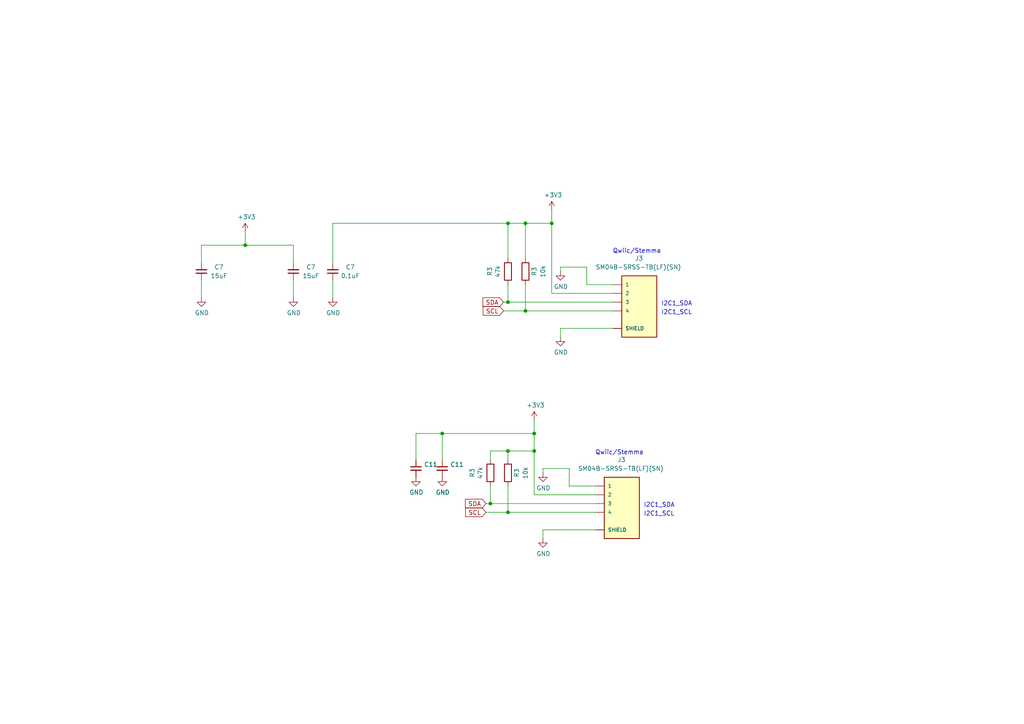
<source format=kicad_sch>
(kicad_sch (version 20230121) (generator eeschema)
  (paper "A4")
  (title_block (title "Pitanga HAT") (date "2023-10-19") (rev "2.1") (company "Andrew Tudoroi"))
  (lib_symbols
    (symbol "Device:C_Small" (pin_numbers hide) (pin_names (offset 0.254) hide)
      (property "Reference" "C" (at 0.254 1.778 0))
      (property "Value" "C_Small" (at 0.254 -2.032 0))
      (symbol "C_Small_0_1"
        (polyline (pts (xy -1.524 -0.508) (xy 1.524 -0.508)) (stroke (width 0.3302)))
        (polyline (pts (xy -1.524 0.508) (xy 1.524 0.508)) (stroke (width 0.3048)))
      )
      (symbol "C_Small_1_1"
        (pin passive line (at 0 2.54 270) (length 2.032) (name "~") (number "1"))
        (pin passive line (at 0 -2.54 90) (length 2.032) (name "~") (number "2"))
      )
    )
    (symbol "Device:R" (pin_numbers hide) (pin_names (offset 0))
      (property "Reference" "R" (at 2.032 0 90))
      (property "Value" "R" (at 0 0 90))
      (symbol "R_0_1"
        (rectangle (start -1.016 -2.54) (end 1.016 2.54) (stroke (width 0.254)))
      )
      (symbol "R_1_1"
        (pin passive line (at 0 3.81 270) (length 1.27) (name "~") (number "1"))
        (pin passive line (at 0 -3.81 90) (length 1.27) (name "~") (number "2"))
      )
    )
    (symbol "SM04B-SRSS-TB_LF__SN_:SM04B-SRSS-TB(LF)(SN)" (pin_numbers hide) (pin_names (offset 1.016))
      (property "Reference" "J" (at -5.08 8.1534 0))
      (property "Value" "SM04B-SRSS-TB(LF)(SN)" (at -5.08 -11.9634 0))
      (symbol "SM04B-SRSS-TB(LF)(SN)_0_0"
        (rectangle (start -5.08 -10.16) (end 5.08 7.62) (stroke (width 0.254)) (fill (type background)))
        (pin passive line (at -7.62 5.08 0) (length 2.54) (name "1") (number "1"))
        (pin passive line (at -7.62 2.54 0) (length 2.54) (name "2") (number "2"))
        (pin passive line (at -7.62 0 0) (length 2.54) (name "3") (number "3"))
        (pin passive line (at -7.62 -2.54 0) (length 2.54) (name "4") (number "4"))
        (pin passive line (at -7.62 -7.62 0) (length 2.54) (name "SHIELD") (number "S1"))
        (pin passive line (at -7.62 -7.62 0) (length 2.54) (name "SHIELD") (number "S2"))
      )
    )
    (symbol "power:GND" (power) (pin_names (offset 0))
      (property "Value" "GND" (at 0 -3.81 0))
      (symbol "GND_0_1"
        (polyline (pts (xy 0 0) (xy 0 -1.27) (xy 1.27 -1.27) (xy 0 -2.54) (xy -1.27 -1.27) (xy 0 -1.27)))
      )
      (symbol "GND_1_1"
        (pin power_in line (at 0 0 270) (length 0) hide (name "GND") (number "1"))
      )
    )
    (symbol "rpi-pico-debugger-shoe-rescue:+3.3V-power" (power) (pin_names (offset 0))
      (property "Value" "+3.3V-power" (at 0 3.556 0))
      (symbol "+3.3V-power_0_1"
        (polyline (pts (xy -0.762 1.27) (xy 0 2.54)))
        (polyline (pts (xy 0 0) (xy 0 2.54)))
        (polyline (pts (xy 0 2.54) (xy 0.762 1.27)))
      )
      (symbol "+3.3V-power_1_1"
        (pin power_in line (at 0 0 90) (length 0) hide (name "+3V3") (number "1"))
      )
    )
  )
  (junction (at 128.27 125.73))
  (junction (at 142.24 146.05))
  (junction (at 147.32 64.77))
  (junction (at 154.94 125.73))
  (junction (at 152.4 90.17))
  (junction (at 147.32 130.81))
  (junction (at 147.32 87.63))
  (junction (at 71.12 71.12))
  (junction (at 152.4 64.77))
  (junction (at 147.32 148.59))
  (junction (at 154.94 130.81))
  (junction (at 160.02 64.77))
  (wire (pts (xy 157.48 135.89) (xy 165.1 135.89)))
  (wire (pts (xy 152.4 64.77) (xy 152.4 74.93)))
  (wire (pts (xy 152.4 82.55) (xy 152.4 90.17)))
  (wire (pts (xy 165.1 140.97) (xy 172.72 140.97)))
  (wire (pts (xy 154.94 121.92) (xy 154.94 125.73)))
  (wire (pts (xy 162.56 95.25) (xy 162.56 97.79)))
  (wire (pts (xy 162.56 78.74) (xy 162.56 77.47)))
  (wire (pts (xy 152.4 90.17) (xy 177.8 90.17)))
  (wire (pts (xy 142.24 140.97) (xy 142.24 146.05)))
  (wire (pts (xy 120.65 125.73) (xy 128.27 125.73)))
  (wire (pts (xy 58.42 71.12) (xy 58.42 76.2)))
  (wire (pts (xy 85.09 71.12) (xy 85.09 76.2)))
  (wire (pts (xy 140.97 146.05) (xy 142.24 146.05)))
  (wire (pts (xy 120.65 125.73) (xy 120.65 133.35)))
  (wire (pts (xy 157.48 153.67) (xy 157.48 156.21)))
  (wire (pts (xy 140.97 148.59) (xy 147.32 148.59)))
  (wire (pts (xy 160.02 64.77) (xy 160.02 60.96)))
  (wire (pts (xy 165.1 135.89) (xy 165.1 140.97)))
  (wire (pts (xy 147.32 87.63) (xy 177.8 87.63)))
  (wire (pts (xy 58.42 81.28) (xy 58.42 86.36)))
  (wire (pts (xy 71.12 71.12) (xy 85.09 71.12)))
  (wire (pts (xy 172.72 153.67) (xy 157.48 153.67)))
  (wire (pts (xy 154.94 125.73) (xy 154.94 130.81)))
  (wire (pts (xy 128.27 125.73) (xy 128.27 133.35)))
  (wire (pts (xy 71.12 67.31) (xy 71.12 71.12)))
  (wire (pts (xy 146.05 90.17) (xy 152.4 90.17)))
  (wire (pts (xy 154.94 143.51) (xy 172.72 143.51)))
  (wire (pts (xy 142.24 146.05) (xy 172.72 146.05)))
  (wire (pts (xy 160.02 64.77) (xy 152.4 64.77)))
  (wire (pts (xy 147.32 82.55) (xy 147.32 87.63)))
  (wire (pts (xy 170.18 77.47) (xy 170.18 82.55)))
  (wire (pts (xy 160.02 85.09) (xy 177.8 85.09)))
  (wire (pts (xy 147.32 130.81) (xy 154.94 130.81)))
  (wire (pts (xy 154.94 130.81) (xy 154.94 143.51)))
  (wire (pts (xy 96.52 76.2) (xy 96.52 64.77)))
  (wire (pts (xy 147.32 148.59) (xy 172.72 148.59)))
  (wire (pts (xy 147.32 133.35) (xy 147.32 130.81)))
  (wire (pts (xy 142.24 133.35) (xy 142.24 130.81)))
  (wire (pts (xy 142.24 130.81) (xy 147.32 130.81)))
  (wire (pts (xy 170.18 82.55) (xy 177.8 82.55)))
  (wire (pts (xy 147.32 64.77) (xy 147.32 74.93)))
  (wire (pts (xy 160.02 64.77) (xy 160.02 85.09)))
  (wire (pts (xy 96.52 64.77) (xy 147.32 64.77)))
  (wire (pts (xy 152.4 64.77) (xy 147.32 64.77)))
  (wire (pts (xy 147.32 140.97) (xy 147.32 148.59)))
  (wire (pts (xy 128.27 125.73) (xy 154.94 125.73)))
  (wire (pts (xy 177.8 95.25) (xy 162.56 95.25)))
  (wire (pts (xy 96.52 81.28) (xy 96.52 86.36)))
  (wire (pts (xy 162.56 77.47) (xy 170.18 77.47)))
  (wire (pts (xy 157.48 137.16) (xy 157.48 135.89)))
  (wire (pts (xy 85.09 81.28) (xy 85.09 86.36)))
  (wire (pts (xy 146.05 87.63) (xy 147.32 87.63)))
  (wire (pts (xy 58.42 71.12) (xy 71.12 71.12)))
  (text "Qwiic/Stemma" (at 191.77 73.66 0) (effects (font (size 1.27 1.27)) (justify right bottom)))
  (text "I2C1_SCL" (at 191.77 91.44 0) (effects (font (size 1.27 1.27)) (justify left bottom)))
  (text "I2C1_SCL" (at 186.69 149.86 0) (effects (font (size 1.27 1.27)) (justify left bottom)))
  (text "Qwiic/Stemma" (at 186.69 132.08 0) (effects (font (size 1.27 1.27)) (justify right bottom)))
  (text "I2C1_SDA" (at 191.77 88.9 0) (effects (font (size 1.27 1.27)) (justify left bottom)))
  (text "I2C1_SDA" (at 186.69 147.32 0) (effects (font (size 1.27 1.27)) (justify left bottom)))
  (global_label "SDA" (shape input) (at 140.97 146.05 180) (property "Intersheetrefs" "${INTERSHEET_REFS}" (effects hide)))
  (global_label "SCL" (shape input) (at 146.05 90.17 180) (property "Intersheetrefs" "${INTERSHEET_REFS}" (effects hide)))
  (global_label "SDA" (shape input) (at 146.05 87.63 180) (property "Intersheetrefs" "${INTERSHEET_REFS}" (effects hide)))
  (global_label "SCL" (shape input) (at 140.97 148.59 180) (property "Intersheetrefs" "${INTERSHEET_REFS}" (effects hide)))
  (symbol (lib_id "Device:C_Small") (at 85.09 78.74 180) (unit 1)
    (property "Reference" "C7" (at 90.17 77.47 0))
    (property "Value" "15uF" (at 90.17 80.01 0))
    (property "Footprint" "Capacitor_SMD:C_1210_3225Metric_Pad1.33x2.70mm_HandSolder" (effects hide))
    (instances (project "LTP305_ESP32_CLOCK" (path "" (reference "C7") (unit 1))) (project "ltp_kikad" (path "" (reference "C6") (unit 1)) (path "" (reference "C7") (unit 1))))
  )
  (symbol (lib_id "power:GND") (at 120.65 138.43 0) (unit 1)
    (property "Reference" "#PWR038" (effects hide))
    (property "Value" "GND" (at 120.777 142.8242 0))
    (instances (project "LTP305_ESP32_CLOCK" (path "" (reference "#PWR038") (unit 1))) (project "ltp_kikad" (path "" (reference "#PWR019") (unit 1)) (path "" (reference "#PWR027") (unit 1))))
  )
  (symbol (lib_id "SM04B-SRSS-TB_LF__SN_:SM04B-SRSS-TB(LF)(SN)") (at 180.34 146.05 0) (unit 1)
    (property "Reference" "J3" (at 179.07 133.35 0) (effects (justify left)))
    (property "Value" "SM04B-SRSS-TB(LF)(SN)" (at 167.64 135.89 0) (effects (justify left)))
    (property "Footprint" "ltp_kikad:JST_SM04B-SRSS-TB(LF)(SN)" (effects hide))
    (property "STANDARD" "Manufacturer recommendations" (effects hide))
    (property "Manufacturer" "JST Sales America Inc." (effects hide))
    (property "MPN" "SM04B-SRSS-TB(LF)(SN)" (effects hide))
    (property "Digi-Key_PN" "455-1804-1-ND" (effects hide))
    (instances (project "cm4-gpio" (path "" (reference "J3") (unit 1))) (project "ltp_kikad" (path "" (reference "J1") (unit 1)) (path "" (reference "J2") (unit 1))))
  )
  (symbol (lib_id "power:GND") (at 157.48 137.16 0) (unit 1)
    (property "Reference" "#PWR0109" (effects hide))
    (property "Value" "GND" (at 157.607 141.5542 0))
    (instances (project "cm4-gpio" (path "" (reference "#PWR0109") (unit 1))) (project "ltp_kikad" (path "" (reference "#PWR015") (unit 1)) (path "" (reference "#PWR030") (unit 1))))
  )
  (symbol (lib_id "power:GND") (at 162.56 78.74 0) (unit 1)
    (property "Reference" "#PWR0109" (effects hide))
    (property "Value" "GND" (at 162.687 83.1342 0))
    (instances (project "cm4-gpio" (path "" (reference "#PWR0109") (unit 1))) (project "ltp_kikad" (path "" (reference "#PWR015") (unit 1)) (path "" (reference "#PWR033") (unit 1))))
  )
  (symbol (lib_id "Device:C_Small") (at 96.52 78.74 180) (unit 1)
    (property "Reference" "C7" (at 101.6 77.47 0))
    (property "Value" "0.1uF" (at 101.6 80.01 0))
    (property "Footprint" "Capacitor_SMD:C_0603_1608Metric" (effects hide))
    (instances (project "LTP305_ESP32_CLOCK" (path "" (reference "C7") (unit 1))) (project "ltp_kikad" (path "" (reference "C4") (unit 1)) (path "" (reference "C8") (unit 1))))
  )
  (symbol (lib_id "power:GND") (at 96.52 86.36 0) (unit 1)
    (property "Reference" "#PWR033" (effects hide))
    (property "Value" "GND" (at 96.647 90.7542 0))
    (instances (project "LTP305_ESP32_CLOCK" (path "" (reference "#PWR033") (unit 1))) (project "ltp_kikad" (path "" (reference "#PWR09") (unit 1)) (path "" (reference "#PWR026") (unit 1))))
  )
  (symbol (lib_id "Device:C_Small") (at 120.65 135.89 0) (unit 1)
    (property "Reference" "C11" (at 122.9868 134.7216 0) (effects (justify left)))
    (property "Value" "10uF" (effects hide))
    (property "Footprint" "Capacitor_SMD:C_0603_1608Metric" (effects hide))
    (instances (project "LTP305_ESP32_CLOCK" (path "" (reference "C11") (unit 1))) (project "ltp_kikad" (path "" (reference "C10") (unit 1)) (path "" (reference "C9") (unit 1))))
  )
  (symbol (lib_id "Device:C_Small") (at 128.27 135.89 0) (unit 1)
    (property "Reference" "C11" (at 130.6068 134.7216 0) (effects (justify left)))
    (property "Value" "10uF" (effects hide))
    (property "Footprint" "Capacitor_SMD:C_0603_1608Metric" (effects hide))
    (instances (project "LTP305_ESP32_CLOCK" (path "" (reference "C11") (unit 1))) (project "ltp_kikad" (path "" (reference "C10") (unit 1)) (path "" (reference "C10") (unit 1))))
  )
  (symbol (lib_id "Device:R") (at 147.32 137.16 180) (unit 1)
    (property "Reference" "R3" (at 149.86 137.16 90))
    (property "Value" "10k" (at 152.4 137.16 90))
    (property "Footprint" "Resistor_SMD:R_0603_1608Metric" (effects hide))
    (instances (project "LTP305_ESP32_CLOCK" (path "" (reference "R3") (unit 1))) (project "ltp_kikad" (path "" (reference "R2") (unit 1)) (path "" (reference "R2") (unit 1)) (path "" (reference "R14") (unit 1))))
  )
  (symbol (lib_id "power:GND") (at 157.48 156.21 0) (unit 1)
    (property "Reference" "#PWR0109" (effects hide))
    (property "Value" "GND" (at 157.607 160.6042 0))
    (instances (project "cm4-gpio" (path "" (reference "#PWR0109") (unit 1))) (project "ltp_kikad" (path "" (reference "#PWR026") (unit 1)) (path "" (reference "#PWR031") (unit 1))))
  )
  (symbol (lib_id "Device:R") (at 152.4 78.74 180) (unit 1)
    (property "Reference" "R3" (at 154.94 78.74 90))
    (property "Value" "10k" (at 157.48 78.74 90))
    (property "Footprint" "Resistor_SMD:R_0603_1608Metric" (effects hide))
    (instances (project "LTP305_ESP32_CLOCK" (path "" (reference "R3") (unit 1))) (project "ltp_kikad" (path "" (reference "R2") (unit 1)) (path "" (reference "R2") (unit 1)) (path "" (reference "R15") (unit 1))))
  )
  (symbol (lib_id "Device:C_Small") (at 58.42 78.74 180) (unit 1)
    (property "Reference" "C7" (at 63.5 77.47 0))
    (property "Value" "15uF" (at 63.5 80.01 0))
    (property "Footprint" "Capacitor_SMD:C_1210_3225Metric_Pad1.33x2.70mm_HandSolder" (effects hide))
    (instances (project "LTP305_ESP32_CLOCK" (path "" (reference "C7") (unit 1))) (project "ltp_kikad" (path "" (reference "C6") (unit 1)) (path "" (reference "C6") (unit 1))))
  )
  (symbol (lib_id "rpi-pico-debugger-shoe-rescue:+3.3V-power") (at 71.12 67.31 0) (unit 1)
    (property "Reference" "#PWR0104" (effects hide))
    (property "Value" "+3.3V" (at 71.501 62.9158 0))
    (instances (project "rpi-pico-debugger-shoe" (path "" (reference "#PWR0104") (unit 1))) (project "ltp_kikad" (path "" (reference "#PWR0119") (unit 1)) (path "" (reference "#PWR024") (unit 1))))
  )
  (symbol (lib_id "power:GND") (at 85.09 86.36 0) (unit 1)
    (property "Reference" "#PWR033" (effects hide))
    (property "Value" "GND" (at 85.217 90.7542 0))
    (instances (project "LTP305_ESP32_CLOCK" (path "" (reference "#PWR033") (unit 1))) (project "ltp_kikad" (path "" (reference "#PWR09") (unit 1)) (path "" (reference "#PWR025") (unit 1))))
  )
  (symbol (lib_id "rpi-pico-debugger-shoe-rescue:+3.3V-power") (at 154.94 121.92 0) (unit 1)
    (property "Reference" "#PWR0104" (effects hide))
    (property "Value" "+3.3V" (at 155.321 117.5258 0))
    (instances (project "rpi-pico-debugger-shoe" (path "" (reference "#PWR0104") (unit 1))) (project "ltp_kikad" (path "" (reference "#PWR0119") (unit 1)) (path "" (reference "#PWR029") (unit 1))))
  )
  (symbol (lib_id "rpi-pico-debugger-shoe-rescue:+3.3V-power") (at 160.02 60.96 0) (unit 1)
    (property "Reference" "#PWR0104" (effects hide))
    (property "Value" "+3.3V" (at 160.401 56.5658 0))
    (instances (project "rpi-pico-debugger-shoe" (path "" (reference "#PWR0104") (unit 1))) (project "ltp_kikad" (path "" (reference "#PWR0119") (unit 1)) (path "" (reference "#PWR032") (unit 1))))
  )
  (symbol (lib_id "power:GND") (at 162.56 97.79 0) (unit 1)
    (property "Reference" "#PWR0109" (effects hide))
    (property "Value" "GND" (at 162.687 102.1842 0))
    (instances (project "cm4-gpio" (path "" (reference "#PWR0109") (unit 1))) (project "ltp_kikad" (path "" (reference "#PWR026") (unit 1)) (path "" (reference "#PWR034") (unit 1))))
  )
  (symbol (lib_id "SM04B-SRSS-TB_LF__SN_:SM04B-SRSS-TB(LF)(SN)") (at 185.42 87.63 0) (unit 1)
    (property "Reference" "J3" (at 184.15 74.93 0) (effects (justify left)))
    (property "Value" "SM04B-SRSS-TB(LF)(SN)" (at 172.72 77.47 0) (effects (justify left)))
    (property "Footprint" "ltp_kikad:JST_SM04B-SRSS-TB(LF)(SN)" (effects hide))
    (property "STANDARD" "Manufacturer recommendations" (effects hide))
    (property "Manufacturer" "JST Sales America Inc." (effects hide))
    (property "MPN" "SM04B-SRSS-TB(LF)(SN)" (effects hide))
    (property "Digi-Key_PN" "455-1804-1-ND" (effects hide))
    (instances (project "cm4-gpio" (path "" (reference "J3") (unit 1))) (project "ltp_kikad" (path "" (reference "J1") (unit 1)) (path "" (reference "J3") (unit 1))))
  )
  (symbol (lib_id "Device:R") (at 142.24 137.16 180) (unit 1)
    (property "Reference" "R3" (at 136.9822 137.16 90))
    (property "Value" "47k" (at 139.2936 137.16 90))
    (property "Footprint" "Resistor_SMD:R_0603_1608Metric" (effects hide))
    (instances (project "LTP305_ESP32_CLOCK" (path "" (reference "R3") (unit 1))) (project "ltp_kikad" (path "" (reference "R2") (unit 1)) (path "" (reference "R2") (unit 1)) (path "" (reference "R12") (unit 1))))
  )
  (symbol (lib_id "power:GND") (at 58.42 86.36 0) (unit 1)
    (property "Reference" "#PWR033" (effects hide))
    (property "Value" "GND" (at 58.547 90.7542 0))
    (instances (project "LTP305_ESP32_CLOCK" (path "" (reference "#PWR033") (unit 1))) (project "ltp_kikad" (path "" (reference "#PWR09") (unit 1)) (path "" (reference "#PWR023") (unit 1))))
  )
  (symbol (lib_id "power:GND") (at 128.27 138.43 0) (unit 1)
    (property "Reference" "#PWR038" (effects hide))
    (property "Value" "GND" (at 128.397 142.8242 0))
    (instances (project "LTP305_ESP32_CLOCK" (path "" (reference "#PWR038") (unit 1))) (project "ltp_kikad" (path "" (reference "#PWR019") (unit 1)) (path "" (reference "#PWR028") (unit 1))))
  )
  (symbol (lib_id "Device:R") (at 147.32 78.74 180) (unit 1)
    (property "Reference" "R3" (at 142.0622 78.74 90))
    (property "Value" "47k" (at 144.3736 78.74 90))
    (property "Footprint" "Resistor_SMD:R_0603_1608Metric" (effects hide))
    (instances (project "LTP305_ESP32_CLOCK" (path "" (reference "R3") (unit 1))) (project "ltp_kikad" (path "" (reference "R2") (unit 1)) (path "" (reference "R2") (unit 1)) (path "" (reference "R13") (unit 1))))
  )
)
</source>
